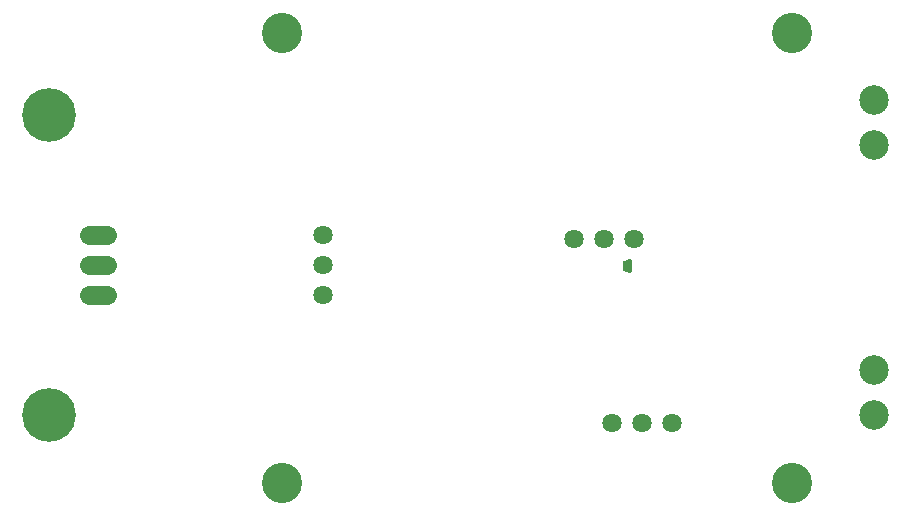
<source format=gbs>
G75*
G70*
%OFA0B0*%
%FSLAX24Y24*%
%IPPOS*%
%LPD*%
%AMOC8*
5,1,8,0,0,1.08239X$1,22.5*
%
%ADD10C,0.0640*%
%ADD11C,0.1790*%
%ADD12C,0.0000*%
%ADD13C,0.0001*%
%ADD14C,0.0642*%
%ADD15C,0.0985*%
%ADD16C,0.1340*%
D10*
X006550Y007600D02*
X007150Y007600D01*
X007150Y008600D02*
X006550Y008600D01*
X006550Y009600D02*
X007150Y009600D01*
D11*
X005200Y003600D03*
X005200Y013600D03*
D12*
X024351Y008728D02*
X024351Y008696D01*
X024351Y008444D01*
X024379Y008437D01*
X024406Y008425D01*
X024438Y008413D01*
X024465Y008405D01*
X024493Y008393D01*
X024520Y008385D01*
X024548Y008374D01*
X024571Y008385D01*
X024599Y008397D01*
X024623Y008405D01*
X024623Y008763D01*
X024599Y008775D01*
X024571Y008787D01*
X024548Y008799D01*
X024520Y008787D01*
X024493Y008779D01*
X024465Y008767D01*
X024438Y008756D01*
X024406Y008748D01*
X024379Y008736D01*
X024351Y008728D01*
D13*
X024623Y008728D01*
X024353Y008728D01*
X024351Y008727D02*
X024623Y008727D01*
X024623Y008726D02*
X024351Y008726D01*
X024351Y008725D02*
X024623Y008725D01*
X024623Y008724D02*
X024351Y008724D01*
X024351Y008723D02*
X024623Y008723D01*
X024623Y008722D02*
X024351Y008722D01*
X024351Y008721D02*
X024623Y008721D01*
X024623Y008720D02*
X024351Y008720D01*
X024351Y008719D02*
X024623Y008719D01*
X024623Y008718D02*
X024351Y008718D01*
X024351Y008717D02*
X024623Y008717D01*
X024623Y008716D02*
X024351Y008716D01*
X024351Y008715D02*
X024623Y008715D01*
X024623Y008714D02*
X024351Y008714D01*
X024351Y008713D02*
X024623Y008713D01*
X024623Y008712D02*
X024351Y008712D01*
X024351Y008711D02*
X024623Y008711D01*
X024623Y008710D02*
X024351Y008710D01*
X024351Y008709D02*
X024623Y008709D01*
X024623Y008708D02*
X024351Y008708D01*
X024351Y008707D02*
X024623Y008707D01*
X024623Y008706D02*
X024351Y008706D01*
X024351Y008705D02*
X024623Y008705D01*
X024623Y008704D02*
X024351Y008704D01*
X024351Y008703D02*
X024623Y008703D01*
X024623Y008702D02*
X024351Y008702D01*
X024351Y008701D02*
X024623Y008701D01*
X024623Y008700D02*
X024351Y008700D01*
X024351Y008699D02*
X024623Y008699D01*
X024623Y008698D02*
X024351Y008698D01*
X024351Y008697D02*
X024623Y008697D01*
X024623Y008696D02*
X024351Y008696D01*
X024351Y008695D02*
X024623Y008695D01*
X024623Y008694D02*
X024351Y008694D01*
X024351Y008693D02*
X024623Y008693D01*
X024623Y008692D02*
X024351Y008692D01*
X024351Y008691D02*
X024623Y008691D01*
X024623Y008690D02*
X024351Y008690D01*
X024351Y008689D02*
X024623Y008689D01*
X024623Y008688D02*
X024351Y008688D01*
X024351Y008687D02*
X024623Y008687D01*
X024623Y008686D02*
X024351Y008686D01*
X024351Y008685D02*
X024623Y008685D01*
X024623Y008684D02*
X024351Y008684D01*
X024351Y008683D02*
X024623Y008683D01*
X024623Y008682D02*
X024351Y008682D01*
X024351Y008681D02*
X024623Y008681D01*
X024623Y008680D02*
X024351Y008680D01*
X024351Y008679D02*
X024623Y008679D01*
X024623Y008678D02*
X024351Y008678D01*
X024351Y008677D02*
X024623Y008677D01*
X024623Y008676D02*
X024351Y008676D01*
X024351Y008675D02*
X024623Y008675D01*
X024623Y008674D02*
X024351Y008674D01*
X024351Y008673D02*
X024623Y008673D01*
X024623Y008672D02*
X024351Y008672D01*
X024351Y008671D02*
X024623Y008671D01*
X024623Y008670D02*
X024351Y008670D01*
X024351Y008669D02*
X024623Y008669D01*
X024623Y008668D02*
X024351Y008668D01*
X024351Y008667D02*
X024623Y008667D01*
X024623Y008666D02*
X024351Y008666D01*
X024351Y008665D02*
X024623Y008665D01*
X024623Y008664D02*
X024351Y008664D01*
X024351Y008663D02*
X024623Y008663D01*
X024623Y008662D02*
X024351Y008662D01*
X024351Y008661D02*
X024623Y008661D01*
X024623Y008660D02*
X024351Y008660D01*
X024351Y008659D02*
X024623Y008659D01*
X024623Y008658D02*
X024351Y008658D01*
X024351Y008657D02*
X024623Y008657D01*
X024623Y008656D02*
X024351Y008656D01*
X024351Y008655D02*
X024623Y008655D01*
X024623Y008654D02*
X024351Y008654D01*
X024351Y008653D02*
X024623Y008653D01*
X024623Y008652D02*
X024351Y008652D01*
X024351Y008651D02*
X024623Y008651D01*
X024623Y008650D02*
X024351Y008650D01*
X024351Y008649D02*
X024623Y008649D01*
X024623Y008648D02*
X024351Y008648D01*
X024351Y008647D02*
X024623Y008647D01*
X024623Y008646D02*
X024351Y008646D01*
X024351Y008645D02*
X024623Y008645D01*
X024623Y008644D02*
X024351Y008644D01*
X024351Y008643D02*
X024623Y008643D01*
X024623Y008642D02*
X024351Y008642D01*
X024351Y008641D02*
X024623Y008641D01*
X024623Y008640D02*
X024351Y008640D01*
X024351Y008639D02*
X024623Y008639D01*
X024623Y008638D02*
X024351Y008638D01*
X024351Y008637D02*
X024623Y008637D01*
X024623Y008636D02*
X024351Y008636D01*
X024351Y008635D02*
X024623Y008635D01*
X024623Y008634D02*
X024351Y008634D01*
X024351Y008633D02*
X024623Y008633D01*
X024623Y008632D02*
X024351Y008632D01*
X024351Y008631D02*
X024623Y008631D01*
X024623Y008630D02*
X024351Y008630D01*
X024351Y008629D02*
X024623Y008629D01*
X024623Y008628D02*
X024351Y008628D01*
X024351Y008627D02*
X024623Y008627D01*
X024623Y008626D02*
X024351Y008626D01*
X024351Y008625D02*
X024623Y008625D01*
X024623Y008624D02*
X024351Y008624D01*
X024351Y008623D02*
X024623Y008623D01*
X024623Y008622D02*
X024351Y008622D01*
X024351Y008621D02*
X024623Y008621D01*
X024623Y008620D02*
X024351Y008620D01*
X024351Y008619D02*
X024623Y008619D01*
X024623Y008618D02*
X024351Y008618D01*
X024351Y008617D02*
X024623Y008617D01*
X024623Y008616D02*
X024351Y008616D01*
X024351Y008615D02*
X024623Y008615D01*
X024623Y008614D02*
X024351Y008614D01*
X024351Y008613D02*
X024623Y008613D01*
X024623Y008612D02*
X024351Y008612D01*
X024351Y008611D02*
X024623Y008611D01*
X024623Y008610D02*
X024351Y008610D01*
X024351Y008609D02*
X024623Y008609D01*
X024623Y008608D02*
X024351Y008608D01*
X024351Y008607D02*
X024623Y008607D01*
X024623Y008606D02*
X024351Y008606D01*
X024351Y008605D02*
X024623Y008605D01*
X024623Y008604D02*
X024351Y008604D01*
X024351Y008603D02*
X024623Y008603D01*
X024623Y008602D02*
X024351Y008602D01*
X024351Y008601D02*
X024623Y008601D01*
X024623Y008600D02*
X024351Y008600D01*
X024351Y008599D02*
X024623Y008599D01*
X024623Y008598D02*
X024351Y008598D01*
X024351Y008597D02*
X024623Y008597D01*
X024623Y008596D02*
X024351Y008596D01*
X024351Y008595D02*
X024623Y008595D01*
X024623Y008594D02*
X024351Y008594D01*
X024351Y008593D02*
X024623Y008593D01*
X024623Y008592D02*
X024351Y008592D01*
X024351Y008591D02*
X024623Y008591D01*
X024623Y008590D02*
X024351Y008590D01*
X024351Y008589D02*
X024623Y008589D01*
X024623Y008588D02*
X024351Y008588D01*
X024351Y008587D02*
X024623Y008587D01*
X024623Y008586D02*
X024351Y008586D01*
X024351Y008585D02*
X024623Y008585D01*
X024623Y008584D02*
X024351Y008584D01*
X024351Y008583D02*
X024623Y008583D01*
X024623Y008582D02*
X024351Y008582D01*
X024351Y008581D02*
X024623Y008581D01*
X024623Y008580D02*
X024351Y008580D01*
X024351Y008579D02*
X024623Y008579D01*
X024623Y008578D02*
X024351Y008578D01*
X024351Y008577D02*
X024623Y008577D01*
X024623Y008576D02*
X024351Y008576D01*
X024351Y008575D02*
X024623Y008575D01*
X024623Y008574D02*
X024351Y008574D01*
X024351Y008573D02*
X024623Y008573D01*
X024623Y008572D02*
X024351Y008572D01*
X024351Y008571D02*
X024623Y008571D01*
X024623Y008570D02*
X024351Y008570D01*
X024351Y008569D02*
X024623Y008569D01*
X024623Y008568D02*
X024351Y008568D01*
X024351Y008567D02*
X024623Y008567D01*
X024623Y008566D02*
X024351Y008566D01*
X024351Y008565D02*
X024623Y008565D01*
X024623Y008564D02*
X024351Y008564D01*
X024351Y008563D02*
X024623Y008563D01*
X024623Y008562D02*
X024351Y008562D01*
X024351Y008561D02*
X024623Y008561D01*
X024623Y008560D02*
X024351Y008560D01*
X024351Y008559D02*
X024623Y008559D01*
X024623Y008558D02*
X024351Y008558D01*
X024351Y008557D02*
X024623Y008557D01*
X024623Y008556D02*
X024351Y008556D01*
X024351Y008555D02*
X024623Y008555D01*
X024623Y008554D02*
X024351Y008554D01*
X024351Y008553D02*
X024623Y008553D01*
X024623Y008552D02*
X024351Y008552D01*
X024351Y008551D02*
X024623Y008551D01*
X024623Y008550D02*
X024351Y008550D01*
X024351Y008549D02*
X024623Y008549D01*
X024623Y008548D02*
X024351Y008548D01*
X024351Y008547D02*
X024623Y008547D01*
X024623Y008546D02*
X024351Y008546D01*
X024351Y008545D02*
X024623Y008545D01*
X024623Y008544D02*
X024351Y008544D01*
X024351Y008543D02*
X024623Y008543D01*
X024623Y008542D02*
X024351Y008542D01*
X024351Y008541D02*
X024623Y008541D01*
X024623Y008540D02*
X024351Y008540D01*
X024351Y008539D02*
X024623Y008539D01*
X024623Y008538D02*
X024351Y008538D01*
X024351Y008537D02*
X024623Y008537D01*
X024623Y008536D02*
X024351Y008536D01*
X024351Y008535D02*
X024623Y008535D01*
X024623Y008534D02*
X024351Y008534D01*
X024351Y008533D02*
X024623Y008533D01*
X024623Y008532D02*
X024351Y008532D01*
X024351Y008531D02*
X024623Y008531D01*
X024623Y008530D02*
X024351Y008530D01*
X024351Y008529D02*
X024623Y008529D01*
X024623Y008528D02*
X024351Y008528D01*
X024351Y008527D02*
X024623Y008527D01*
X024623Y008526D02*
X024351Y008526D01*
X024351Y008525D02*
X024623Y008525D01*
X024623Y008524D02*
X024351Y008524D01*
X024351Y008523D02*
X024623Y008523D01*
X024623Y008522D02*
X024351Y008522D01*
X024351Y008521D02*
X024623Y008521D01*
X024623Y008520D02*
X024351Y008520D01*
X024351Y008519D02*
X024623Y008519D01*
X024623Y008518D02*
X024351Y008518D01*
X024351Y008517D02*
X024623Y008517D01*
X024623Y008516D02*
X024351Y008516D01*
X024351Y008515D02*
X024623Y008515D01*
X024623Y008514D02*
X024351Y008514D01*
X024351Y008513D02*
X024623Y008513D01*
X024623Y008512D02*
X024351Y008512D01*
X024351Y008511D02*
X024623Y008511D01*
X024623Y008510D02*
X024351Y008510D01*
X024351Y008509D02*
X024623Y008509D01*
X024623Y008508D02*
X024351Y008508D01*
X024351Y008507D02*
X024623Y008507D01*
X024623Y008506D02*
X024351Y008506D01*
X024351Y008505D02*
X024623Y008505D01*
X024623Y008504D02*
X024351Y008504D01*
X024351Y008503D02*
X024623Y008503D01*
X024623Y008502D02*
X024351Y008502D01*
X024351Y008501D02*
X024623Y008501D01*
X024623Y008500D02*
X024351Y008500D01*
X024351Y008499D02*
X024623Y008499D01*
X024623Y008498D02*
X024351Y008498D01*
X024351Y008497D02*
X024623Y008497D01*
X024623Y008496D02*
X024351Y008496D01*
X024351Y008495D02*
X024623Y008495D01*
X024623Y008494D02*
X024351Y008494D01*
X024351Y008493D02*
X024623Y008493D01*
X024623Y008492D02*
X024351Y008492D01*
X024351Y008491D02*
X024623Y008491D01*
X024623Y008490D02*
X024351Y008490D01*
X024351Y008489D02*
X024623Y008489D01*
X024623Y008488D02*
X024351Y008488D01*
X024351Y008487D02*
X024623Y008487D01*
X024623Y008486D02*
X024351Y008486D01*
X024351Y008485D02*
X024623Y008485D01*
X024623Y008484D02*
X024351Y008484D01*
X024351Y008483D02*
X024623Y008483D01*
X024623Y008482D02*
X024351Y008482D01*
X024351Y008481D02*
X024623Y008481D01*
X024623Y008480D02*
X024351Y008480D01*
X024351Y008479D02*
X024623Y008479D01*
X024623Y008478D02*
X024351Y008478D01*
X024351Y008477D02*
X024623Y008477D01*
X024623Y008476D02*
X024351Y008476D01*
X024351Y008475D02*
X024623Y008475D01*
X024623Y008474D02*
X024351Y008474D01*
X024351Y008473D02*
X024623Y008473D01*
X024623Y008472D02*
X024351Y008472D01*
X024351Y008471D02*
X024623Y008471D01*
X024623Y008470D02*
X024351Y008470D01*
X024351Y008469D02*
X024623Y008469D01*
X024623Y008468D02*
X024351Y008468D01*
X024351Y008467D02*
X024623Y008467D01*
X024623Y008466D02*
X024351Y008466D01*
X024351Y008465D02*
X024623Y008465D01*
X024623Y008464D02*
X024351Y008464D01*
X024351Y008463D02*
X024623Y008463D01*
X024623Y008462D02*
X024351Y008462D01*
X024351Y008461D02*
X024623Y008461D01*
X024623Y008460D02*
X024351Y008460D01*
X024351Y008459D02*
X024623Y008459D01*
X024623Y008458D02*
X024351Y008458D01*
X024351Y008457D02*
X024623Y008457D01*
X024623Y008456D02*
X024351Y008456D01*
X024351Y008455D02*
X024623Y008455D01*
X024623Y008454D02*
X024351Y008454D01*
X024351Y008453D02*
X024623Y008453D01*
X024623Y008452D02*
X024351Y008452D01*
X024351Y008451D02*
X024623Y008451D01*
X024623Y008450D02*
X024351Y008450D01*
X024351Y008449D02*
X024623Y008449D01*
X024623Y008448D02*
X024351Y008448D01*
X024351Y008447D02*
X024623Y008447D01*
X024623Y008446D02*
X024351Y008446D01*
X024351Y008445D02*
X024623Y008445D01*
X024623Y008444D02*
X024353Y008444D01*
X024357Y008443D02*
X024623Y008443D01*
X024623Y008442D02*
X024360Y008442D01*
X024364Y008441D02*
X024623Y008441D01*
X024623Y008440D02*
X024367Y008440D01*
X024371Y008439D02*
X024623Y008439D01*
X024623Y008438D02*
X024374Y008438D01*
X024378Y008437D02*
X024623Y008437D01*
X024623Y008436D02*
X024380Y008436D01*
X024383Y008435D02*
X024623Y008435D01*
X024623Y008434D02*
X024385Y008434D01*
X024387Y008433D02*
X024623Y008433D01*
X024623Y008432D02*
X024390Y008432D01*
X024392Y008431D02*
X024623Y008431D01*
X024623Y008430D02*
X024394Y008430D01*
X024397Y008429D02*
X024623Y008429D01*
X024623Y008428D02*
X024399Y008428D01*
X024401Y008427D02*
X024623Y008427D01*
X024623Y008426D02*
X024404Y008426D01*
X024406Y008425D02*
X024623Y008425D01*
X024623Y008424D02*
X024409Y008424D01*
X024411Y008423D02*
X024623Y008423D01*
X024623Y008422D02*
X024414Y008422D01*
X024417Y008421D02*
X024623Y008421D01*
X024623Y008420D02*
X024419Y008420D01*
X024422Y008419D02*
X024623Y008419D01*
X024623Y008418D02*
X024425Y008418D01*
X024427Y008417D02*
X024623Y008417D01*
X024623Y008416D02*
X024430Y008416D01*
X024433Y008415D02*
X024623Y008415D01*
X024623Y008414D02*
X024435Y008414D01*
X024438Y008413D02*
X024623Y008413D01*
X024623Y008412D02*
X024442Y008412D01*
X024445Y008411D02*
X024623Y008411D01*
X024623Y008410D02*
X024449Y008410D01*
X024452Y008409D02*
X024623Y008409D01*
X024623Y008408D02*
X024456Y008408D01*
X024459Y008407D02*
X024623Y008407D01*
X024623Y008406D02*
X024463Y008406D01*
X024466Y008405D02*
X024622Y008405D01*
X024619Y008404D02*
X024468Y008404D01*
X024471Y008403D02*
X024616Y008403D01*
X024613Y008402D02*
X024473Y008402D01*
X024475Y008401D02*
X024610Y008401D01*
X024607Y008400D02*
X024478Y008400D01*
X024480Y008399D02*
X024604Y008399D01*
X024601Y008398D02*
X024482Y008398D01*
X024485Y008397D02*
X024598Y008397D01*
X024596Y008396D02*
X024487Y008396D01*
X024489Y008395D02*
X024593Y008395D01*
X024591Y008394D02*
X024491Y008394D01*
X024494Y008393D02*
X024589Y008393D01*
X024586Y008392D02*
X024498Y008392D01*
X024501Y008391D02*
X024584Y008391D01*
X024582Y008390D02*
X024505Y008390D01*
X024508Y008389D02*
X024579Y008389D01*
X024577Y008388D02*
X024512Y008388D01*
X024515Y008387D02*
X024575Y008387D01*
X024572Y008386D02*
X024519Y008386D01*
X024522Y008385D02*
X024570Y008385D01*
X024568Y008384D02*
X024524Y008384D01*
X024526Y008383D02*
X024566Y008383D01*
X024564Y008382D02*
X024529Y008382D01*
X024531Y008381D02*
X024562Y008381D01*
X024560Y008380D02*
X024533Y008380D01*
X024536Y008379D02*
X024558Y008379D01*
X024556Y008378D02*
X024538Y008378D01*
X024540Y008377D02*
X024554Y008377D01*
X024552Y008376D02*
X024543Y008376D01*
X024545Y008375D02*
X024550Y008375D01*
X024548Y008374D02*
X024547Y008374D01*
X024623Y008729D02*
X024356Y008729D01*
X024360Y008730D02*
X024623Y008730D01*
X024623Y008731D02*
X024363Y008731D01*
X024367Y008732D02*
X024623Y008732D01*
X024623Y008733D02*
X024370Y008733D01*
X024374Y008734D02*
X024623Y008734D01*
X024623Y008735D02*
X024377Y008735D01*
X024380Y008736D02*
X024623Y008736D01*
X024623Y008737D02*
X024382Y008737D01*
X024385Y008738D02*
X024623Y008738D01*
X024623Y008739D02*
X024387Y008739D01*
X024389Y008740D02*
X024623Y008740D01*
X024623Y008741D02*
X024392Y008741D01*
X024394Y008742D02*
X024623Y008742D01*
X024623Y008743D02*
X024396Y008743D01*
X024399Y008744D02*
X024623Y008744D01*
X024623Y008745D02*
X024401Y008745D01*
X024403Y008746D02*
X024623Y008746D01*
X024623Y008747D02*
X024406Y008747D01*
X024409Y008748D02*
X024623Y008748D01*
X024623Y008749D02*
X024413Y008749D01*
X024417Y008750D02*
X024623Y008750D01*
X024623Y008751D02*
X024421Y008751D01*
X024425Y008752D02*
X024623Y008752D01*
X024623Y008753D02*
X024429Y008753D01*
X024433Y008754D02*
X024623Y008754D01*
X024623Y008755D02*
X024437Y008755D01*
X024440Y008756D02*
X024623Y008756D01*
X024623Y008757D02*
X024442Y008757D01*
X024444Y008758D02*
X024623Y008758D01*
X024623Y008759D02*
X024447Y008759D01*
X024449Y008760D02*
X024623Y008760D01*
X024623Y008761D02*
X024451Y008761D01*
X024454Y008762D02*
X024623Y008762D01*
X024622Y008763D02*
X024456Y008763D01*
X024458Y008764D02*
X024620Y008764D01*
X024618Y008765D02*
X024461Y008765D01*
X024463Y008766D02*
X024616Y008766D01*
X024614Y008767D02*
X024465Y008767D01*
X024468Y008768D02*
X024612Y008768D01*
X024610Y008769D02*
X024470Y008769D01*
X024472Y008770D02*
X024608Y008770D01*
X024606Y008771D02*
X024475Y008771D01*
X024477Y008772D02*
X024604Y008772D01*
X024603Y008773D02*
X024479Y008773D01*
X024482Y008774D02*
X024601Y008774D01*
X024598Y008775D02*
X024484Y008775D01*
X024486Y008776D02*
X024596Y008776D01*
X024594Y008777D02*
X024489Y008777D01*
X024491Y008778D02*
X024591Y008778D01*
X024589Y008779D02*
X024494Y008779D01*
X024497Y008780D02*
X024587Y008780D01*
X024584Y008781D02*
X024501Y008781D01*
X024504Y008782D02*
X024582Y008782D01*
X024580Y008783D02*
X024508Y008783D01*
X024511Y008784D02*
X024577Y008784D01*
X024575Y008785D02*
X024515Y008785D01*
X024518Y008786D02*
X024573Y008786D01*
X024571Y008787D02*
X024521Y008787D01*
X024524Y008788D02*
X024569Y008788D01*
X024567Y008789D02*
X024526Y008789D01*
X024528Y008790D02*
X024565Y008790D01*
X024563Y008791D02*
X024531Y008791D01*
X024533Y008792D02*
X024561Y008792D01*
X024559Y008793D02*
X024535Y008793D01*
X024538Y008794D02*
X024557Y008794D01*
X024555Y008795D02*
X024540Y008795D01*
X024542Y008796D02*
X024553Y008796D01*
X024551Y008797D02*
X024545Y008797D01*
X024547Y008798D02*
X024549Y008798D01*
D14*
X024725Y009475D03*
X023725Y009475D03*
X022725Y009475D03*
X014350Y009600D03*
X014350Y008600D03*
X014350Y007600D03*
X023975Y003350D03*
X024975Y003350D03*
X025975Y003350D03*
D15*
X032725Y003600D03*
X032725Y005100D03*
X032725Y012600D03*
X032725Y014100D03*
D16*
X029975Y016350D03*
X012975Y016350D03*
X012975Y001350D03*
X029975Y001350D03*
M02*

</source>
